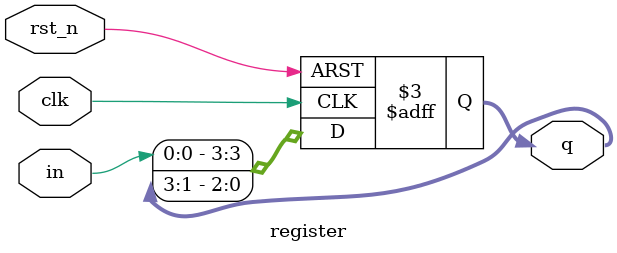
<source format=v>
`timescale 1ns / 1ps
module register(clk, rst_n, q, in//ËÄÎ»ÓÒÒÆÎ»¼Ä´æÆ÷£¬ÊäÈëÒ»Î»ÒÆÒ»Î»
    );
	 input clk, rst_n, in;
	 output reg [3:0] q;
	
	 always @(posedge clk or negedge rst_n)
	 begin
		if(!rst_n)
			q <= 0;
		else
		begin
			q[3] <= in;
			q[2:0] <= q[3:1];
		end
	 end
endmodule

</source>
